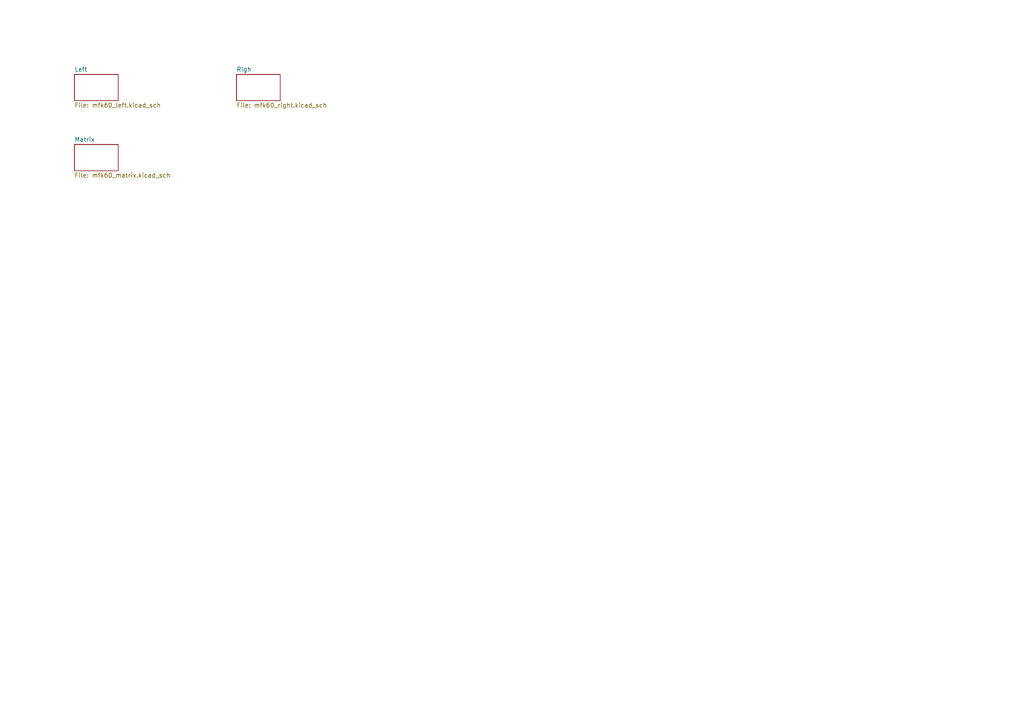
<source format=kicad_sch>
(kicad_sch (version 20230121) (generator eeschema)
  (paper "A4")
  (title_block (title "mfk60") (date "2024-01-12") (rev "1") (company "@niw"))
  (lib_symbols)
  (sheet (at 21.59 41.91) (size 12.7 7.62) (stroke (width 0.1524))
    (property "Sheetname" "Matrix" (at 21.59 41.1984 0) (effects (justify left bottom)))
    (property "Sheetfile" "mfk60_matrix.kicad_sch" (at 21.59 50.1146 0) (effects (justify left top)))
  )
  (sheet (at 68.58 21.59) (size 12.7 7.62) (stroke (width 0.1524))
    (property "Sheetname" "Righ" (at 68.58 20.8784 0) (effects (justify left bottom)))
    (property "Sheetfile" "mfk60_right.kicad_sch" (at 68.58 29.7946 0) (effects (justify left top)))
  )
  (sheet (at 21.59 21.59) (size 12.7 7.62) (stroke (width 0.1524))
    (property "Sheetname" "Left" (at 21.59 20.8784 0) (effects (justify left bottom)))
    (property "Sheetfile" "mfk60_left.kicad_sch" (at 21.59 29.7946 0) (effects (justify left top)))
  )
)
</source>
